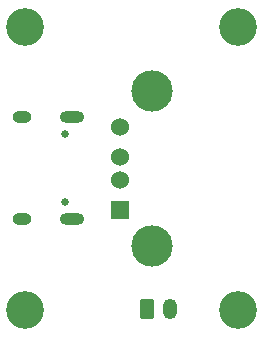
<source format=gbr>
%TF.GenerationSoftware,KiCad,Pcbnew,8.0.7*%
%TF.CreationDate,2025-01-19T22:37:32+01:00*%
%TF.ProjectId,USBPowerCut2,55534250-6f77-4657-9243-7574322e6b69,rev?*%
%TF.SameCoordinates,Original*%
%TF.FileFunction,Soldermask,Bot*%
%TF.FilePolarity,Negative*%
%FSLAX46Y46*%
G04 Gerber Fmt 4.6, Leading zero omitted, Abs format (unit mm)*
G04 Created by KiCad (PCBNEW 8.0.7) date 2025-01-19 22:37:32*
%MOMM*%
%LPD*%
G01*
G04 APERTURE LIST*
G04 Aperture macros list*
%AMRoundRect*
0 Rectangle with rounded corners*
0 $1 Rounding radius*
0 $2 $3 $4 $5 $6 $7 $8 $9 X,Y pos of 4 corners*
0 Add a 4 corners polygon primitive as box body*
4,1,4,$2,$3,$4,$5,$6,$7,$8,$9,$2,$3,0*
0 Add four circle primitives for the rounded corners*
1,1,$1+$1,$2,$3*
1,1,$1+$1,$4,$5*
1,1,$1+$1,$6,$7*
1,1,$1+$1,$8,$9*
0 Add four rect primitives between the rounded corners*
20,1,$1+$1,$2,$3,$4,$5,0*
20,1,$1+$1,$4,$5,$6,$7,0*
20,1,$1+$1,$6,$7,$8,$9,0*
20,1,$1+$1,$8,$9,$2,$3,0*%
G04 Aperture macros list end*
%ADD10C,3.200000*%
%ADD11R,1.524000X1.524000*%
%ADD12C,1.524000*%
%ADD13C,3.500000*%
%ADD14RoundRect,0.250000X-0.350000X-0.625000X0.350000X-0.625000X0.350000X0.625000X-0.350000X0.625000X0*%
%ADD15O,1.200000X1.750000*%
%ADD16O,1.600000X1.000000*%
%ADD17O,2.100000X1.000000*%
%ADD18C,0.650000*%
G04 APERTURE END LIST*
D10*
%TO.C,REF\u002A\u002A*%
X3500000Y-3500000D03*
%TD*%
%TO.C,REF\u002A\u002A*%
X3500000Y-27500000D03*
%TD*%
%TO.C,REF\u002A\u002A*%
X21500000Y-27500000D03*
%TD*%
%TO.C,REF\u002A\u002A*%
X21500000Y-3500000D03*
%TD*%
D11*
%TO.C,J3*%
X11500000Y-19000000D03*
D12*
X11500000Y-16500000D03*
X11500000Y-14500000D03*
X11500000Y-12000000D03*
D13*
X14210000Y-22070000D03*
X14210000Y-8930000D03*
%TD*%
D14*
%TO.C,J2*%
X13800000Y-27400000D03*
D15*
X15800000Y-27400000D03*
%TD*%
D16*
%TO.C,J1*%
X3250000Y-19820000D03*
D17*
X7430000Y-19820000D03*
D16*
X3250000Y-11180000D03*
D17*
X7430000Y-11180000D03*
D18*
X6900000Y-18390000D03*
X6900000Y-12610000D03*
%TD*%
M02*

</source>
